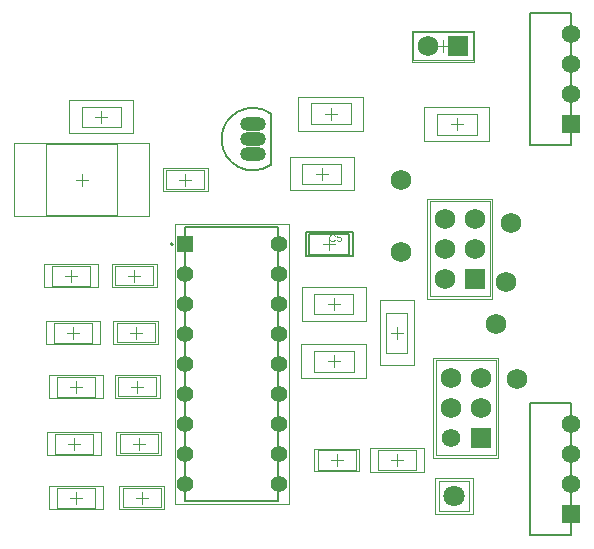
<source format=gbs>
G04*
G04 #@! TF.GenerationSoftware,Altium Limited,Altium Designer,19.1.8 (144)*
G04*
G04 Layer_Color=16711935*
%FSLAX25Y25*%
%MOIN*%
G70*
G01*
G75*
%ADD11C,0.00787*%
%ADD12C,0.00500*%
%ADD15C,0.00394*%
%ADD16C,0.00197*%
%ADD32C,0.06800*%
%ADD33R,0.06902X0.06902*%
%ADD34C,0.06902*%
%ADD35C,0.06146*%
%ADD36R,0.06902X0.06902*%
%ADD37R,0.06146X0.06146*%
%ADD38C,0.07099*%
%ADD39O,0.08674X0.04737*%
%ADD40O,0.08674X0.04737*%
%ADD41R,0.05564X0.05564*%
%ADD42C,0.05564*%
G36*
X111249Y104800D02*
X111281Y104796D01*
X111321Y104793D01*
X111361Y104789D01*
X111409Y104778D01*
X111507Y104756D01*
X111616Y104724D01*
X111671Y104702D01*
X111722Y104676D01*
X111773Y104643D01*
X111824Y104611D01*
X111827Y104607D01*
X111835Y104603D01*
X111849Y104593D01*
X111867Y104574D01*
X111885Y104556D01*
X111911Y104531D01*
X111936Y104501D01*
X111966Y104472D01*
X111995Y104436D01*
X112024Y104392D01*
X112057Y104349D01*
X112086Y104301D01*
X112111Y104247D01*
X112140Y104192D01*
X112162Y104134D01*
X112184Y104068D01*
X111856Y103992D01*
Y103996D01*
X111853Y104003D01*
X111845Y104017D01*
X111838Y104036D01*
X111831Y104057D01*
X111820Y104087D01*
X111791Y104145D01*
X111754Y104210D01*
X111711Y104276D01*
X111656Y104338D01*
X111598Y104392D01*
X111591Y104400D01*
X111569Y104414D01*
X111532Y104432D01*
X111485Y104458D01*
X111423Y104480D01*
X111354Y104501D01*
X111270Y104516D01*
X111179Y104520D01*
X111150D01*
X111132Y104516D01*
X111107D01*
X111077Y104512D01*
X111008Y104501D01*
X110932Y104487D01*
X110852Y104462D01*
X110768Y104425D01*
X110692Y104378D01*
X110688D01*
X110684Y104370D01*
X110659Y104352D01*
X110626Y104323D01*
X110586Y104279D01*
X110539Y104225D01*
X110495Y104163D01*
X110455Y104087D01*
X110419Y104003D01*
Y103999D01*
X110415Y103992D01*
X110411Y103981D01*
X110408Y103963D01*
X110400Y103941D01*
X110393Y103916D01*
X110382Y103854D01*
X110368Y103781D01*
X110353Y103701D01*
X110346Y103613D01*
X110342Y103519D01*
Y103515D01*
Y103504D01*
Y103486D01*
Y103464D01*
X110346Y103439D01*
Y103406D01*
X110349Y103369D01*
X110353Y103329D01*
X110364Y103242D01*
X110382Y103147D01*
X110404Y103053D01*
X110433Y102958D01*
Y102954D01*
X110437Y102947D01*
X110444Y102936D01*
X110451Y102918D01*
X110473Y102874D01*
X110506Y102823D01*
X110546Y102765D01*
X110597Y102703D01*
X110655Y102649D01*
X110724Y102598D01*
X110728D01*
X110735Y102594D01*
X110746Y102587D01*
X110761Y102580D01*
X110779Y102572D01*
X110801Y102561D01*
X110852Y102540D01*
X110917Y102518D01*
X110990Y102499D01*
X111070Y102485D01*
X111154Y102481D01*
X111179D01*
X111201Y102485D01*
X111227D01*
X111252Y102489D01*
X111318Y102503D01*
X111394Y102521D01*
X111470Y102550D01*
X111551Y102591D01*
X111591Y102612D01*
X111627Y102641D01*
X111631Y102645D01*
X111634Y102649D01*
X111645Y102660D01*
X111660Y102671D01*
X111674Y102689D01*
X111693Y102711D01*
X111714Y102733D01*
X111733Y102762D01*
X111754Y102794D01*
X111780Y102831D01*
X111802Y102867D01*
X111824Y102911D01*
X111842Y102958D01*
X111860Y103009D01*
X111878Y103064D01*
X111893Y103122D01*
X112228Y103038D01*
Y103035D01*
X112224Y103020D01*
X112217Y102998D01*
X112206Y102969D01*
X112195Y102936D01*
X112180Y102896D01*
X112162Y102853D01*
X112140Y102805D01*
X112089Y102703D01*
X112024Y102601D01*
X111984Y102550D01*
X111944Y102499D01*
X111900Y102456D01*
X111849Y102412D01*
X111845Y102409D01*
X111838Y102401D01*
X111820Y102394D01*
X111802Y102379D01*
X111773Y102361D01*
X111743Y102343D01*
X111704Y102325D01*
X111663Y102307D01*
X111616Y102285D01*
X111565Y102267D01*
X111511Y102248D01*
X111452Y102230D01*
X111390Y102216D01*
X111325Y102208D01*
X111256Y102201D01*
X111183Y102197D01*
X111143D01*
X111114Y102201D01*
X111081D01*
X111041Y102205D01*
X110997Y102212D01*
X110946Y102219D01*
X110841Y102237D01*
X110732Y102267D01*
X110622Y102307D01*
X110571Y102332D01*
X110521Y102361D01*
X110517Y102365D01*
X110510Y102368D01*
X110495Y102379D01*
X110480Y102394D01*
X110459Y102409D01*
X110433Y102430D01*
X110404Y102456D01*
X110375Y102485D01*
X110346Y102518D01*
X110313Y102550D01*
X110248Y102634D01*
X110186Y102733D01*
X110131Y102842D01*
Y102845D01*
X110124Y102856D01*
X110120Y102874D01*
X110109Y102896D01*
X110102Y102925D01*
X110091Y102962D01*
X110076Y103002D01*
X110065Y103045D01*
X110055Y103093D01*
X110040Y103147D01*
X110022Y103260D01*
X110007Y103388D01*
X110000Y103519D01*
Y103522D01*
Y103537D01*
Y103559D01*
X110004Y103584D01*
Y103621D01*
X110007Y103657D01*
X110011Y103704D01*
X110018Y103752D01*
X110036Y103857D01*
X110062Y103974D01*
X110098Y104090D01*
X110149Y104203D01*
X110153Y104207D01*
X110157Y104218D01*
X110164Y104232D01*
X110178Y104250D01*
X110193Y104276D01*
X110211Y104305D01*
X110258Y104370D01*
X110320Y104443D01*
X110393Y104516D01*
X110477Y104589D01*
X110575Y104651D01*
X110579Y104654D01*
X110590Y104658D01*
X110604Y104665D01*
X110622Y104676D01*
X110652Y104687D01*
X110681Y104698D01*
X110717Y104713D01*
X110757Y104727D01*
X110801Y104742D01*
X110848Y104756D01*
X110950Y104778D01*
X111066Y104796D01*
X111187Y104804D01*
X111223D01*
X111249Y104800D01*
D02*
G37*
G36*
X114062Y104432D02*
X113054D01*
X112919Y103752D01*
X112923Y103755D01*
X112930Y103759D01*
X112941Y103766D01*
X112959Y103777D01*
X112981Y103788D01*
X113007Y103803D01*
X113065Y103832D01*
X113138Y103861D01*
X113218Y103886D01*
X113305Y103904D01*
X113349Y103912D01*
X113429D01*
X113451Y103908D01*
X113480Y103904D01*
X113513Y103901D01*
X113549Y103894D01*
X113589Y103883D01*
X113676Y103857D01*
X113724Y103839D01*
X113771Y103814D01*
X113818Y103788D01*
X113866Y103759D01*
X113909Y103723D01*
X113953Y103682D01*
X113957Y103679D01*
X113964Y103672D01*
X113975Y103661D01*
X113989Y103642D01*
X114008Y103617D01*
X114026Y103592D01*
X114048Y103559D01*
X114069Y103522D01*
X114088Y103482D01*
X114110Y103439D01*
X114128Y103388D01*
X114146Y103337D01*
X114161Y103282D01*
X114171Y103220D01*
X114179Y103158D01*
X114182Y103093D01*
Y103089D01*
Y103078D01*
Y103060D01*
X114179Y103035D01*
X114175Y103006D01*
X114171Y102973D01*
X114164Y102933D01*
X114157Y102893D01*
X114135Y102798D01*
X114099Y102700D01*
X114077Y102649D01*
X114048Y102601D01*
X114018Y102550D01*
X113982Y102503D01*
X113979Y102499D01*
X113971Y102489D01*
X113957Y102474D01*
X113938Y102456D01*
X113913Y102434D01*
X113884Y102405D01*
X113847Y102379D01*
X113807Y102350D01*
X113764Y102321D01*
X113713Y102296D01*
X113658Y102270D01*
X113600Y102245D01*
X113538Y102226D01*
X113469Y102212D01*
X113396Y102201D01*
X113320Y102197D01*
X113287D01*
X113261Y102201D01*
X113232Y102205D01*
X113199Y102208D01*
X113160Y102212D01*
X113119Y102223D01*
X113028Y102245D01*
X112937Y102278D01*
X112890Y102299D01*
X112843Y102325D01*
X112799Y102354D01*
X112755Y102387D01*
X112752Y102390D01*
X112744Y102394D01*
X112737Y102409D01*
X112723Y102423D01*
X112705Y102441D01*
X112686Y102463D01*
X112664Y102492D01*
X112646Y102525D01*
X112624Y102558D01*
X112602Y102598D01*
X112563Y102685D01*
X112530Y102787D01*
X112519Y102842D01*
X112512Y102900D01*
X112836Y102925D01*
Y102922D01*
Y102915D01*
X112839Y102903D01*
X112843Y102885D01*
X112854Y102845D01*
X112868Y102791D01*
X112890Y102736D01*
X112919Y102674D01*
X112956Y102620D01*
X112999Y102569D01*
X113007Y102565D01*
X113021Y102550D01*
X113050Y102532D01*
X113090Y102510D01*
X113134Y102489D01*
X113189Y102470D01*
X113251Y102456D01*
X113320Y102452D01*
X113341D01*
X113356Y102456D01*
X113400Y102460D01*
X113451Y102474D01*
X113513Y102492D01*
X113574Y102521D01*
X113640Y102565D01*
X113669Y102591D01*
X113698Y102620D01*
X113702Y102623D01*
X113706Y102627D01*
X113713Y102638D01*
X113724Y102649D01*
X113749Y102689D01*
X113778Y102740D01*
X113804Y102802D01*
X113829Y102878D01*
X113847Y102969D01*
X113855Y103016D01*
Y103067D01*
Y103071D01*
Y103078D01*
Y103093D01*
X113851Y103111D01*
Y103133D01*
X113847Y103158D01*
X113837Y103217D01*
X113818Y103286D01*
X113793Y103355D01*
X113756Y103420D01*
X113706Y103482D01*
Y103486D01*
X113698Y103490D01*
X113680Y103508D01*
X113647Y103533D01*
X113603Y103562D01*
X113545Y103588D01*
X113480Y103613D01*
X113403Y103631D01*
X113360Y103639D01*
X113291D01*
X113261Y103635D01*
X113225Y103631D01*
X113181Y103621D01*
X113138Y103610D01*
X113090Y103592D01*
X113043Y103570D01*
X113039Y103566D01*
X113025Y103559D01*
X113003Y103541D01*
X112974Y103522D01*
X112945Y103497D01*
X112916Y103464D01*
X112883Y103431D01*
X112857Y103391D01*
X112566Y103431D01*
X112810Y104727D01*
X114062D01*
Y104432D01*
D02*
G37*
D11*
X103307Y97957D02*
Y105043D01*
Y97957D02*
X116693D01*
Y105043D01*
X103307D02*
X116693D01*
X102126Y97563D02*
Y105437D01*
Y97563D02*
X117874D01*
Y105437D01*
X102126D02*
X117874D01*
X57913Y101500D02*
G03*
X57913Y101500I-394J0D01*
G01*
D02*
G03*
X57913Y101500I-394J0D01*
G01*
X102126Y97563D02*
Y105437D01*
Y97563D02*
X117874D01*
Y105437D01*
X102126D02*
X117874D01*
X90484Y145046D02*
G03*
X90484Y127954I-5984J-8546D01*
G01*
Y145046D01*
D12*
X177000Y134500D02*
X190500D01*
X177000D02*
Y178500D01*
X190500D01*
Y134500D02*
Y178500D01*
Y4500D02*
Y48500D01*
X177000D02*
X190500D01*
X177000Y4500D02*
Y48500D01*
Y4500D02*
X190500D01*
X62008Y107248D02*
X92992D01*
X62008Y15752D02*
X92992D01*
X62008D02*
Y107248D01*
X92992Y15752D02*
Y107248D01*
X62008D02*
X92992D01*
X62008Y15752D02*
X92992D01*
X62008D02*
Y107248D01*
X92992Y15752D02*
Y107248D01*
X177000Y134500D02*
X190500D01*
X177000D02*
Y178500D01*
X190500D01*
Y134500D02*
Y136500D01*
Y176500D02*
Y178500D01*
Y46500D02*
Y48500D01*
Y4500D02*
Y6500D01*
X177000Y48500D02*
X190500D01*
X177000Y4500D02*
Y48500D01*
Y4500D02*
X190500D01*
D15*
X145500Y62748D02*
X165500D01*
Y31252D02*
Y62748D01*
X145500Y31252D02*
X165500D01*
X145500D02*
Y62748D01*
X138000Y162756D02*
Y172244D01*
X158000D01*
Y162756D02*
Y172244D01*
X138000Y162756D02*
X158000D01*
X143500Y115748D02*
X163500D01*
Y84252D02*
Y115748D01*
X143500Y84252D02*
X163500D01*
X143500D02*
Y115748D01*
X118193Y58957D02*
Y66043D01*
X104807Y58957D02*
Y66043D01*
Y58957D02*
X118193D01*
X104807Y66043D02*
X118193D01*
X146500Y12500D02*
Y22500D01*
Y12500D02*
X156500D01*
Y22500D01*
X146500D02*
X156500D01*
X17701Y87653D02*
Y94346D01*
X30299Y87653D02*
Y94346D01*
X17701D02*
X30299D01*
X17701Y87653D02*
X30299D01*
X18201Y68654D02*
Y75346D01*
X30799Y68654D02*
Y75346D01*
X18201D02*
X30799D01*
X18201Y68654D02*
X30799D01*
X19201Y50654D02*
Y57346D01*
X31799Y50654D02*
Y57346D01*
X19201D02*
X31799D01*
X19201Y50654D02*
X31799D01*
X18701Y31654D02*
Y38346D01*
X31299Y31654D02*
Y38346D01*
X18701D02*
X31299D01*
X18701Y31654D02*
X31299D01*
X138799Y26153D02*
Y32846D01*
X126201Y26153D02*
Y32846D01*
Y26153D02*
X138799D01*
X126201Y32846D02*
X138799D01*
X19201Y13654D02*
Y20346D01*
X31799Y13654D02*
Y20346D01*
X19201D02*
X31799D01*
X19201Y13654D02*
X31799D01*
X40496Y140654D02*
Y147346D01*
X27504Y140654D02*
Y147346D01*
Y140654D02*
X40496D01*
X27504Y147346D02*
X40496D01*
X145807Y137957D02*
Y145043D01*
X159193Y137957D02*
Y145043D01*
X145807D02*
X159193D01*
X145807Y137957D02*
X159193D01*
X101004Y121653D02*
Y128347D01*
X113996Y121653D02*
Y128347D01*
X101004D02*
X113996D01*
X101004Y121653D02*
X113996D01*
X117193Y141457D02*
Y148543D01*
X103807Y141457D02*
Y148543D01*
Y141457D02*
X117193D01*
X103807Y148543D02*
X117193D01*
X128957Y78693D02*
X136043D01*
X128957Y65307D02*
X136043D01*
Y78693D01*
X128957Y65307D02*
Y78693D01*
X15689Y134811D02*
X39311D01*
Y111189D02*
Y134811D01*
X15689Y111189D02*
Y134811D01*
Y111189D02*
X39311D01*
X105004Y78055D02*
Y84945D01*
X117996Y78055D02*
Y84945D01*
X105004D02*
X117996D01*
X105004Y78055D02*
X117996D01*
X38602Y87752D02*
Y94248D01*
X51398Y87752D02*
Y94248D01*
X38602D02*
X51398D01*
X38602Y87752D02*
X51398D01*
X39102Y68752D02*
Y75248D01*
X51898Y68752D02*
Y75248D01*
X39102D02*
X51898D01*
X39102Y68752D02*
X51898D01*
X39602Y50752D02*
Y57248D01*
X52398Y50752D02*
Y57248D01*
X39602D02*
X52398D01*
X39602Y50752D02*
X52398D01*
X68398Y119752D02*
Y126248D01*
X55602Y119752D02*
Y126248D01*
Y119752D02*
X68398D01*
X55602Y126248D02*
X68398D01*
X40102Y31752D02*
Y38248D01*
X52898Y31752D02*
Y38248D01*
X40102D02*
X52898D01*
X40102Y31752D02*
X52898D01*
X106102Y26252D02*
Y32748D01*
X118898Y26252D02*
Y32748D01*
X106102D02*
X118898D01*
X106102Y26252D02*
X118898D01*
X41102Y13752D02*
Y20248D01*
X53898Y13752D02*
Y20248D01*
X41102D02*
X53898D01*
X41102Y13752D02*
X53898D01*
X148000Y165532D02*
Y169468D01*
X146031Y167500D02*
X149969D01*
X109531Y62500D02*
X113469D01*
X111500Y60532D02*
Y64468D01*
X14945Y87063D02*
Y94937D01*
X33055Y87063D02*
Y94937D01*
X14945D02*
X33055D01*
X14945Y87063D02*
X33055D01*
X22031Y91000D02*
X25969D01*
X24000Y89031D02*
Y92968D01*
X15445Y68063D02*
Y75937D01*
X33555Y68063D02*
Y75937D01*
X15445D02*
X33555D01*
X15445Y68063D02*
X33555D01*
X22532Y72000D02*
X26469D01*
X24500Y70031D02*
Y73968D01*
X16445Y50063D02*
Y57937D01*
X34555Y50063D02*
Y57937D01*
X16445D02*
X34555D01*
X16445Y50063D02*
X34555D01*
X23531Y54000D02*
X27468D01*
X25500Y52031D02*
Y55968D01*
X15945Y31063D02*
Y38937D01*
X34055Y31063D02*
Y38937D01*
X15945D02*
X34055D01*
X15945Y31063D02*
X34055D01*
X23031Y35000D02*
X26969D01*
X25000Y33031D02*
Y36968D01*
X141555Y25563D02*
Y33437D01*
X123445Y25563D02*
Y33437D01*
Y25563D02*
X141555D01*
X123445Y33437D02*
X141555D01*
X130532Y29500D02*
X134468D01*
X132500Y27531D02*
Y31468D01*
X16445Y13063D02*
Y20937D01*
X34555Y13063D02*
Y20937D01*
X16445D02*
X34555D01*
X16445Y13063D02*
X34555D01*
X23531Y17000D02*
X27468D01*
X25500Y15032D02*
Y18969D01*
X84500Y134531D02*
Y138469D01*
X82531Y136500D02*
X86468D01*
X32032Y144000D02*
X35969D01*
X34000Y142032D02*
Y145968D01*
X150531Y141500D02*
X154469D01*
X152500Y139532D02*
Y143468D01*
X105532Y125000D02*
X109468D01*
X107500Y123031D02*
Y126969D01*
X108531Y145000D02*
X112469D01*
X110500Y143032D02*
Y146968D01*
X132500Y70031D02*
Y73968D01*
X130532Y72000D02*
X134468D01*
X27500Y121031D02*
Y124969D01*
X25532Y123000D02*
X29469D01*
X109531Y81500D02*
X113469D01*
X111500Y79532D02*
Y83469D01*
X43031Y91000D02*
X46968D01*
X45000Y89031D02*
Y92968D01*
X43532Y72000D02*
X47469D01*
X45500Y70031D02*
Y73968D01*
X44032Y54000D02*
X47969D01*
X46000Y52031D02*
Y55968D01*
X60031Y123000D02*
X63968D01*
X62000Y121031D02*
Y124969D01*
X44532Y35000D02*
X48469D01*
X46500Y33031D02*
Y36968D01*
X110531Y29500D02*
X114469D01*
X112500Y27531D02*
Y31468D01*
X45531Y17000D02*
X49468D01*
X47500Y15032D02*
Y18969D01*
X110000Y99532D02*
Y103469D01*
X108031Y101500D02*
X111969D01*
D16*
X144614Y63634D02*
X166386D01*
Y30366D02*
Y63634D01*
X144614Y30366D02*
X166386D01*
X144614D02*
Y63634D01*
X137606Y162362D02*
Y172638D01*
X158394D01*
Y162362D02*
Y172638D01*
X137606Y162362D02*
X158394D01*
X142614Y116634D02*
X164386D01*
Y83366D02*
Y116634D01*
X142614Y83366D02*
X164386D01*
X142614D02*
Y116634D01*
X122327Y56791D02*
Y68209D01*
X100673Y56791D02*
Y68209D01*
Y56791D02*
X122327D01*
X100673Y68209D02*
X122327D01*
X145122Y11417D02*
Y23583D01*
Y11417D02*
X157878D01*
Y23583D01*
X145122D02*
X157878D01*
X151500Y15531D02*
Y19468D01*
X149531Y17500D02*
X153469D01*
X44630Y138488D02*
Y149512D01*
X23370Y138488D02*
Y149512D01*
Y138488D02*
X44630D01*
X23370Y149512D02*
X44630D01*
X141673Y135791D02*
Y147209D01*
X163327Y135791D02*
Y147209D01*
X141673D02*
X163327D01*
X141673Y135791D02*
X163327D01*
X96870Y119488D02*
Y130512D01*
X118130Y119488D02*
Y130512D01*
X96870D02*
X118130D01*
X96870Y119488D02*
X118130D01*
X121327Y139291D02*
Y150709D01*
X99673Y139291D02*
Y150709D01*
Y139291D02*
X121327D01*
X99673Y150709D02*
X121327D01*
X126791Y82827D02*
X138209D01*
X126791Y61173D02*
X138209D01*
Y82827D01*
X126791Y61173D02*
Y82827D01*
X5059Y110795D02*
Y135205D01*
Y110795D02*
X49941D01*
X5059Y135205D02*
X49941D01*
Y110795D02*
Y135205D01*
X100870Y75791D02*
Y87209D01*
X122130Y75791D02*
Y87209D01*
X100870D02*
X122130D01*
X100870Y75791D02*
X122130D01*
X37520Y87260D02*
Y94740D01*
X52480Y87260D02*
Y94740D01*
X37520D02*
X52480D01*
X37520Y87260D02*
X52480D01*
X38020Y68260D02*
Y75740D01*
X52980Y68260D02*
Y75740D01*
X38020D02*
X52980D01*
X38020Y68260D02*
X52980D01*
X38520Y50260D02*
Y57740D01*
X53480Y50260D02*
Y57740D01*
X38520D02*
X53480D01*
X38520Y50260D02*
X53480D01*
X69480Y119260D02*
Y126740D01*
X54520Y119260D02*
Y126740D01*
Y119260D02*
X69480D01*
X54520Y126740D02*
X69480D01*
X39020Y31260D02*
Y38740D01*
X53980Y31260D02*
Y38740D01*
X39020D02*
X53980D01*
X39020Y31260D02*
X53980D01*
X105020Y25760D02*
Y33240D01*
X119980Y25760D02*
Y33240D01*
X105020D02*
X119980D01*
X105020Y25760D02*
X119980D01*
X40020Y13260D02*
Y20740D01*
X54980Y13260D02*
Y20740D01*
X40020D02*
X54980D01*
X40020Y13260D02*
X54980D01*
X58504Y108232D02*
X96496D01*
X58504Y14768D02*
X96496D01*
Y108232D01*
X58504Y14768D02*
Y108232D01*
D32*
X169000Y89000D02*
D03*
X170500Y108500D02*
D03*
X172500Y56500D02*
D03*
X165500Y75000D02*
D03*
X134000Y123000D02*
D03*
Y98980D02*
D03*
D33*
X160500Y37000D02*
D03*
X158500Y90000D02*
D03*
D34*
X160500Y47000D02*
D03*
Y57000D02*
D03*
X150500Y47000D02*
D03*
Y57000D02*
D03*
X143000Y167500D02*
D03*
X158500Y100000D02*
D03*
Y110000D02*
D03*
X148500Y90000D02*
D03*
Y100000D02*
D03*
Y110000D02*
D03*
D35*
X150500Y37000D02*
D03*
X190500Y151500D02*
D03*
Y161500D02*
D03*
Y171500D02*
D03*
Y41500D02*
D03*
Y31500D02*
D03*
Y21500D02*
D03*
D36*
X153000Y167500D02*
D03*
D37*
X190500Y141500D02*
D03*
Y11500D02*
D03*
D38*
X151500Y17500D02*
D03*
D39*
X84500Y131500D02*
D03*
Y136500D02*
D03*
D40*
Y141500D02*
D03*
D41*
X61870Y101500D02*
D03*
D42*
Y91500D02*
D03*
Y81500D02*
D03*
Y71500D02*
D03*
Y61500D02*
D03*
Y51500D02*
D03*
Y41500D02*
D03*
Y31500D02*
D03*
Y21500D02*
D03*
X93130D02*
D03*
Y31500D02*
D03*
Y41500D02*
D03*
Y51500D02*
D03*
Y61500D02*
D03*
Y71500D02*
D03*
Y81500D02*
D03*
Y91500D02*
D03*
Y101500D02*
D03*
M02*

</source>
